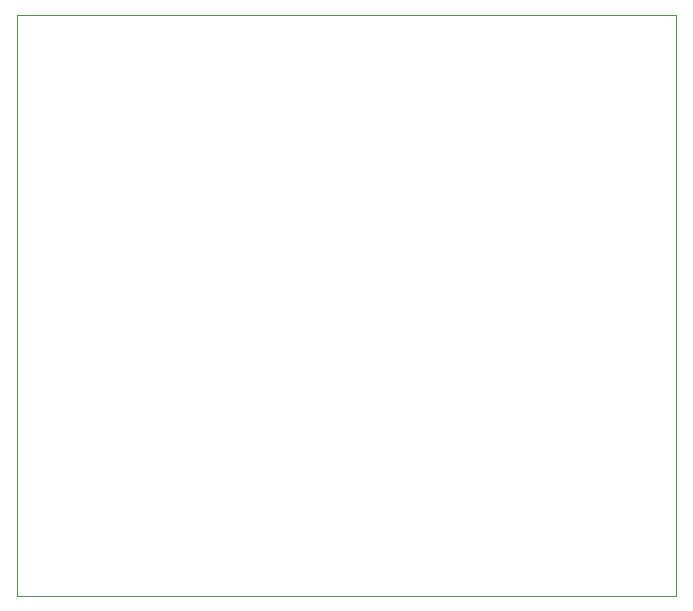
<source format=gbr>
%TF.GenerationSoftware,KiCad,Pcbnew,6.0.7-f9a2dced07~116~ubuntu20.04.1*%
%TF.CreationDate,2023-08-22T11:38:00+02:00*%
%TF.ProjectId,BlueBox,426c7565-426f-4782-9e6b-696361645f70,rev?*%
%TF.SameCoordinates,Original*%
%TF.FileFunction,Profile,NP*%
%FSLAX46Y46*%
G04 Gerber Fmt 4.6, Leading zero omitted, Abs format (unit mm)*
G04 Created by KiCad (PCBNEW 6.0.7-f9a2dced07~116~ubuntu20.04.1) date 2023-08-22 11:38:00*
%MOMM*%
%LPD*%
G01*
G04 APERTURE LIST*
%TA.AperFunction,Profile*%
%ADD10C,0.100000*%
%TD*%
G04 APERTURE END LIST*
D10*
X58375000Y-117450000D02*
X114200000Y-117450000D01*
X114200000Y-117450000D02*
X114200000Y-68275000D01*
X114200000Y-68275000D02*
X58375000Y-68275000D01*
X58375000Y-68275000D02*
X58375000Y-117450000D01*
M02*

</source>
